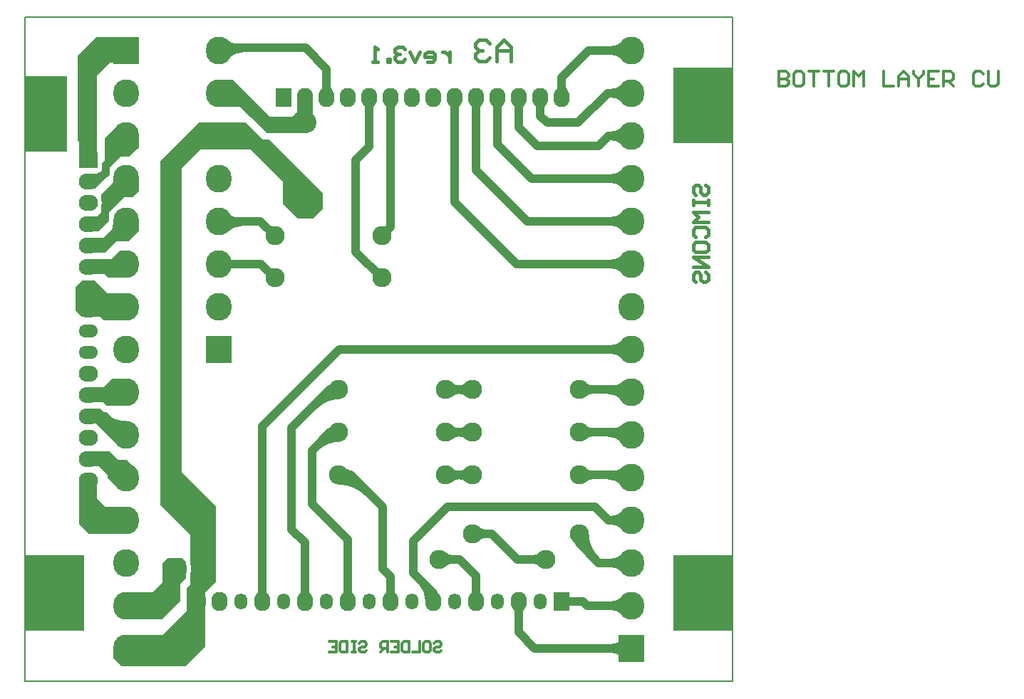
<source format=gbl>
%FSLAX25Y25*%
%MOIN*%
G70*
G01*
G75*
G04 Layer_Physical_Order=2*
G04 Layer_Color=16711680*
%ADD10C,0.04000*%
%ADD11C,0.00800*%
%ADD12C,0.01200*%
%ADD13C,0.09000*%
%ADD14R,0.07500X0.09000*%
%ADD15O,0.06000X0.07500*%
%ADD16O,0.07500X0.09000*%
%ADD17C,0.19685*%
%ADD18C,0.11811*%
%ADD19O,0.12000X0.13000*%
%ADD20C,0.07500*%
%ADD21R,0.07500X0.07500*%
%ADD22R,0.12000X0.13000*%
%ADD23O,0.09000X0.07500*%
%ADD24O,0.09000X0.06000*%
%ADD25R,0.09000X0.07500*%
%ADD26C,0.10000*%
%ADD27C,0.03600*%
%ADD28C,0.03000*%
%ADD29C,0.01600*%
%ADD30R,0.27559X0.35433*%
%ADD31R,0.19685X0.35433*%
G36*
X422000Y512500D02*
X422500Y512000D01*
X424000D01*
X428500Y507500D01*
X432065D01*
X432957Y506172D01*
X429547Y497837D01*
X427978Y497522D01*
X419000Y506500D01*
X415000D01*
Y513500D01*
X421000D01*
X422000Y512500D01*
D02*
G37*
G36*
X433000Y515000D02*
X424000D01*
X422500Y516500D01*
X415500D01*
Y523500D01*
X422500D01*
X424000Y525000D01*
X426500Y527500D01*
X433000D01*
Y515000D01*
D02*
G37*
G36*
X422500Y569500D02*
X424500Y567500D01*
X433500D01*
Y555000D01*
X422500D01*
X421000Y556500D01*
X412500D01*
X409500Y559500D01*
Y562000D01*
Y570500D01*
X410500Y571500D01*
X412500Y573500D01*
X418500D01*
X422500Y569500D01*
D02*
G37*
G36*
X461165Y441835D02*
Y440498D01*
X461217Y440233D01*
X461244Y439965D01*
X461393Y439473D01*
X461489Y438500D01*
X461393Y437527D01*
X461244Y437035D01*
X461217Y436767D01*
X461165Y436502D01*
Y434165D01*
X460500Y433500D01*
X458500Y431500D01*
Y429500D01*
Y423500D01*
X456500Y421500D01*
X450000Y415000D01*
X433000D01*
Y427500D01*
X445500D01*
X446500Y428500D01*
X450000Y432000D01*
Y436500D01*
Y441000D01*
X452500Y443500D01*
X459500D01*
X461165Y441835D01*
D02*
G37*
G36*
X419500Y471500D02*
X423000Y468000D01*
X423500Y467500D01*
X433000D01*
Y455000D01*
X415500D01*
X411000Y459500D01*
Y480000D01*
X419500D01*
Y471500D01*
D02*
G37*
G36*
X426000Y493000D02*
X429500Y489500D01*
X433500D01*
X437500Y485500D01*
Y485000D01*
X429000Y476500D01*
X424500Y481000D01*
Y482500D01*
X420500Y486500D01*
X415500D01*
X415084Y492329D01*
X416174Y493500D01*
X425500D01*
X426000Y493000D01*
D02*
G37*
G36*
X433500Y587000D02*
Y575000D01*
X424500D01*
X423000Y576500D01*
X415500D01*
Y583500D01*
X426000D01*
X427500Y585000D01*
X430000Y587500D01*
X433000D01*
X433500Y587000D01*
D02*
G37*
G36*
X433000Y675500D02*
X425500D01*
X423000Y673000D01*
X419500Y669500D01*
Y630500D01*
X412351Y627136D01*
X411000Y627993D01*
Y638500D01*
X410500Y639000D01*
Y679000D01*
X414500Y683000D01*
X419000Y687500D01*
X433000D01*
Y675500D01*
D02*
G37*
G36*
X500500Y650000D02*
X510500D01*
X511000Y650500D01*
X513000Y652500D01*
Y659500D01*
X520500D01*
Y649000D01*
X522000Y647500D01*
X517000Y642500D01*
X499000D01*
X491500Y650000D01*
X486500Y655000D01*
X477000D01*
X476029Y667133D01*
X476369Y667500D01*
X483000D01*
X500500Y650000D01*
D02*
G37*
G36*
X439000Y641500D02*
Y636000D01*
X438000Y635000D01*
X434500Y631500D01*
X430500D01*
X427500Y628500D01*
X425500Y626500D01*
Y625000D01*
Y623751D01*
X425391Y623391D01*
X424000Y622000D01*
X418500Y616500D01*
X415500D01*
Y623500D01*
X419500D01*
X420371Y624371D01*
X421654D01*
Y628654D01*
X423000Y630000D01*
Y634000D01*
Y640000D01*
X428500Y645500D01*
X429000Y645000D01*
X431500Y647500D01*
X433000D01*
X439000Y641500D01*
D02*
G37*
G36*
Y597000D02*
X434000Y592000D01*
X428500D01*
X425500Y589000D01*
X423000Y586500D01*
X415500D01*
Y593500D01*
X422500D01*
X424500Y595500D01*
X427500Y598500D01*
Y602000D01*
X439000D01*
Y597000D01*
D02*
G37*
G36*
Y615500D02*
X436000Y612500D01*
X432000D01*
X428500Y609000D01*
X425000Y605500D01*
Y604000D01*
Y601500D01*
X422500Y599000D01*
X420000Y596500D01*
X415000D01*
Y603500D01*
X419500D01*
X420000Y604000D01*
X421500Y605500D01*
Y608445D01*
X421512Y608472D01*
X421702Y609921D01*
X421512Y611370D01*
X421500Y611398D01*
Y614000D01*
X422500Y615000D01*
X427500Y620000D01*
Y622000D01*
X439000D01*
Y615500D01*
D02*
G37*
G36*
X494000Y642500D02*
X497000Y639500D01*
X500000D01*
X525000Y614500D01*
Y607000D01*
X523500Y605500D01*
X520500Y602500D01*
X513500D01*
X511500Y604500D01*
X506500Y609500D01*
Y613500D01*
Y620000D01*
X503500Y623000D01*
X491500Y635000D01*
X468000D01*
X465500Y632500D01*
X459000Y626000D01*
Y561500D01*
Y484000D01*
X463500Y479500D01*
X470000Y473000D01*
X475000Y468000D01*
Y439500D01*
Y432500D01*
X473500Y431000D01*
X470000Y427500D01*
Y406500D01*
Y402000D01*
X469500Y401500D01*
X461000Y393000D01*
X431000D01*
X430000Y394000D01*
X427000Y397000D01*
Y401000D01*
X433000Y407500D01*
X450000D01*
X457500Y415000D01*
X461500Y419000D01*
Y423500D01*
Y429500D01*
X463000Y431000D01*
Y436502D01*
X463202Y437167D01*
X463333Y438500D01*
X463202Y439833D01*
X463000Y440498D01*
Y454500D01*
X462500Y455000D01*
X449000Y468500D01*
Y615000D01*
Y629500D01*
X452500Y633000D01*
X458500Y639000D01*
X467000Y647500D01*
X489000D01*
X494000Y642500D01*
D02*
G37*
D10*
X532500Y520000D02*
G03*
X521404Y515404I0J-15692D01*
G01*
X584268Y524268D02*
G03*
X588535Y522500I4268J4268D01*
G01*
D02*
G03*
X584268Y520732I0J-6036D01*
G01*
X596768Y456768D02*
G03*
X601035Y455000I4268J4268D01*
G01*
D02*
G03*
X596768Y453232I0J-6036D01*
G01*
X643500Y455000D02*
G03*
X645621Y449879I7243J0D01*
G01*
X647500Y455000D02*
G03*
X652450Y443050I16899J0D01*
G01*
X581268Y444768D02*
G03*
X585535Y443000I4268J4268D01*
G01*
D02*
G03*
X581268Y441232I0J-6036D01*
G01*
X627732D02*
G03*
X623464Y443000I-4268J-4268D01*
G01*
D02*
G03*
X627732Y444768I0J6036D01*
G01*
X593232Y480732D02*
G03*
X588965Y482500I-4268J-4268D01*
G01*
D02*
G03*
X593232Y484268I0J6036D01*
G01*
X646768D02*
G03*
X651035Y482500I4268J4268D01*
G01*
D02*
G03*
X646768Y480732I0J-6036D01*
G01*
X539328Y481172D02*
G03*
X532500Y484000I-6828J-6828D01*
G01*
X546157Y474343D02*
G03*
X532500Y480000I-13657J-13657D01*
G01*
X534384Y484144D02*
G03*
X538000Y482500I3616J3156D01*
G01*
D02*
G03*
X534384Y480856I0J-4799D01*
G01*
X584268Y484268D02*
G03*
X588535Y482500I4268J4268D01*
G01*
D02*
G03*
X584268Y480732I0J-6036D01*
G01*
X593232Y500732D02*
G03*
X588965Y502500I-4268J-4268D01*
G01*
D02*
G03*
X593232Y504268I0J6036D01*
G01*
X646768D02*
G03*
X651035Y502500I4268J4268D01*
G01*
D02*
G03*
X646768Y500732I0J-6036D01*
G01*
X532500Y500000D02*
G03*
X521404Y495404I0J-15692D01*
G01*
X584268Y504268D02*
G03*
X588535Y502500I4268J4268D01*
G01*
D02*
G03*
X584268Y500732I0J-6036D01*
G01*
X593232Y520732D02*
G03*
X588965Y522500I-4268J-4268D01*
G01*
D02*
G03*
X593232Y524268I0J6036D01*
G01*
X646768D02*
G03*
X651035Y522500I4268J4268D01*
G01*
D02*
G03*
X646768Y520732I0J-6036D01*
G01*
X414117Y631159D02*
G03*
X415354Y634146I-2987J2987D01*
G01*
D02*
G03*
X416592Y631159I4225J0D01*
G01*
X417342Y591159D02*
G03*
X420329Y589921I2987J2987D01*
G01*
D02*
G03*
X417342Y588684I0J-4225D01*
G01*
Y581159D02*
G03*
X420329Y579921I2987J2987D01*
G01*
D02*
G03*
X417342Y578684I0J-4225D01*
G01*
Y511159D02*
G03*
X420329Y509921I2987J2987D01*
G01*
D02*
G03*
X417342Y508684I0J-4225D01*
G01*
Y491159D02*
G03*
X420329Y489921I2987J2987D01*
G01*
D02*
G03*
X417342Y488684I0J-4225D01*
G01*
X416592Y478684D02*
G03*
X415354Y475696I2987J-2987D01*
G01*
D02*
G03*
X414117Y478684I-4225J0D01*
G01*
X479344Y603667D02*
G03*
X485783Y601000I6439J6439D01*
G01*
X486562D02*
G03*
X479344Y598010I0J-10208D01*
G01*
Y684667D02*
G03*
X484576Y682500I5232J5232D01*
G01*
X487769D02*
G03*
X479344Y679010I0J-11915D01*
G01*
X430242Y458510D02*
G03*
X423414Y461339I-6828J-6828D01*
G01*
D02*
G03*
X430242Y464167I0J9657D01*
G01*
X429071Y481839D02*
G03*
X426596Y487814I-8450J0D01*
G01*
X425389Y489021D02*
G03*
X433071Y485839I7682J7682D01*
G01*
X422579Y509921D02*
G03*
X432935Y505836I9880J9880D01*
G01*
X430242Y578010D02*
G03*
X425629Y579921I-4614J-4614D01*
G01*
X421200D02*
G03*
X430242Y583667I0J12789D01*
G01*
X433071Y596839D02*
G03*
X427553Y594553I0J-7803D01*
G01*
X425700Y592700D02*
G03*
X429071Y600839I-8139J8139D01*
G01*
X430242Y678510D02*
G03*
X423414Y681339I-6828J-6828D01*
G01*
D02*
G03*
X430242Y684167I0J9657D01*
G01*
X666463Y678510D02*
G03*
X659634Y681339I-6828J-6828D01*
G01*
D02*
G03*
X666463Y684167I0J9657D01*
G01*
Y398510D02*
G03*
X659634Y401339I-6828J-6828D01*
G01*
D02*
G03*
X666463Y404167I0J9657D01*
G01*
Y418510D02*
G03*
X659634Y421339I-6828J-6828D01*
G01*
D02*
G03*
X666463Y424167I0J9657D01*
G01*
Y438510D02*
G03*
X659634Y441339I-6828J-6828D01*
G01*
D02*
G03*
X666463Y444167I0J9657D01*
G01*
Y458510D02*
G03*
X659634Y461339I-6828J-6828D01*
G01*
D02*
G03*
X666463Y464167I0J9657D01*
G01*
Y479010D02*
G03*
X658038Y482500I-8425J-8425D01*
G01*
X661231D02*
G03*
X666463Y484667I0J7399D01*
G01*
Y499010D02*
G03*
X658038Y502500I-8425J-8425D01*
G01*
X661231D02*
G03*
X666463Y504667I0J7399D01*
G01*
Y519010D02*
G03*
X658038Y522500I-8425J-8425D01*
G01*
X661231D02*
G03*
X666463Y524667I0J7399D01*
G01*
Y538510D02*
G03*
X659634Y541339I-6828J-6828D01*
G01*
D02*
G03*
X666463Y544167I0J9657D01*
G01*
Y578510D02*
G03*
X659634Y581339I-6828J-6828D01*
G01*
D02*
G03*
X666463Y584167I0J9657D01*
G01*
Y598510D02*
G03*
X659634Y601339I-6828J-6828D01*
G01*
D02*
G03*
X666463Y604167I0J9657D01*
G01*
Y618510D02*
G03*
X659634Y621339I-6828J-6828D01*
G01*
D02*
G03*
X666463Y624167I0J9657D01*
G01*
Y638510D02*
G03*
X659634Y641339I-6828J-6828D01*
G01*
D02*
G03*
X666463Y644167I0J9657D01*
G01*
Y658510D02*
G03*
X659634Y661339I-6828J-6828D01*
G01*
D02*
G03*
X666463Y664167I0J9657D01*
G01*
X635534Y661436D02*
G03*
X636772Y664424I-2987J2987D01*
G01*
D02*
G03*
X638009Y661436I4225J0D01*
G01*
X628009Y657461D02*
G03*
X626772Y654474I2987J-2987D01*
G01*
D02*
G03*
X625534Y657461I-4225J0D01*
G01*
X618009D02*
G03*
X616772Y654474I2987J-2987D01*
G01*
D02*
G03*
X615534Y657461I-4225J0D01*
G01*
X608009D02*
G03*
X606772Y654474I2987J-2987D01*
G01*
D02*
G03*
X605534Y657461I-4225J0D01*
G01*
X598009D02*
G03*
X596772Y654474I2987J-2987D01*
G01*
D02*
G03*
X595534Y657461I-4225J0D01*
G01*
X588009D02*
G03*
X586772Y654474I2987J-2987D01*
G01*
D02*
G03*
X585534Y657461I-4225J0D01*
G01*
X558009D02*
G03*
X556772Y654474I2987J-2987D01*
G01*
D02*
G03*
X555534Y657461I-4225J0D01*
G01*
X548009D02*
G03*
X546772Y654474I2987J-2987D01*
G01*
D02*
G03*
X545534Y657461I-4225J0D01*
G01*
X525534Y661436D02*
G03*
X526772Y664424I-2987J2987D01*
G01*
D02*
G03*
X528009Y661436I4225J0D01*
G01*
X637930Y424466D02*
G03*
X640918Y423228I2987J2987D01*
G01*
D02*
G03*
X637930Y421991I0J-4225D01*
G01*
X617930Y421241D02*
G03*
X616693Y418254I2987J-2987D01*
G01*
D02*
G03*
X615455Y421241I-4225J0D01*
G01*
X595456Y425216D02*
G03*
X596693Y428203I-2987J2987D01*
G01*
D02*
G03*
X597930Y425216I4225J0D01*
G01*
X574943Y423978D02*
G03*
X571352Y432648I-12261J0D01*
G01*
X555455Y425216D02*
G03*
X556693Y428203I-2987J2987D01*
G01*
D02*
G03*
X557930Y425216I4225J0D01*
G01*
X535456D02*
G03*
X536693Y428203I-2987J2987D01*
G01*
D02*
G03*
X537930Y425216I4225J0D01*
G01*
X515455D02*
G03*
X516693Y428203I-2987J2987D01*
G01*
D02*
G03*
X517930Y425216I4225J0D01*
G01*
X495456D02*
G03*
X496693Y428203I-2987J2987D01*
G01*
D02*
G03*
X497930Y425216I4225J0D01*
G01*
X576000Y658677D02*
X576772Y659449D01*
X468110Y641339D02*
X476516D01*
X456693Y629921D02*
X468110Y641339D01*
X422339Y681339D02*
X433071D01*
X415354Y674354D02*
X422339Y681339D01*
X415354Y629921D02*
Y674354D01*
Y589921D02*
X422921D01*
X433071Y600071D01*
Y601339D01*
X415354Y579921D02*
X431654D01*
X433071Y581339D01*
X415354Y509921D02*
X422579D01*
X431161Y501339D01*
X433071D01*
X415354Y489921D02*
X424488D01*
X433071Y481339D01*
X415354Y466146D02*
Y479921D01*
Y466146D02*
X420161Y461339D01*
X433071D01*
X476516Y681339D02*
X477677Y682500D01*
X517000D01*
X526772Y672728D01*
Y659449D02*
Y672728D01*
X476516Y581339D02*
X477354Y580500D01*
X476516Y601339D02*
X476854Y601000D01*
X546772Y636272D02*
Y659449D01*
X540500Y630000D02*
X546772Y636272D01*
X540500Y586862D02*
Y630000D01*
X556772Y598701D02*
Y659449D01*
X586772Y610228D02*
Y659449D01*
X596772Y625228D02*
Y659449D01*
Y625228D02*
X620661Y601339D01*
X586772Y610228D02*
X615661Y581339D01*
X669291D01*
X620661Y601339D02*
X669291D01*
X606772Y637228D02*
Y659449D01*
Y637228D02*
X622661Y621339D01*
X669291D01*
X616772Y645228D02*
Y659449D01*
Y645228D02*
X625500Y636500D01*
X654000D01*
X658839Y641339D01*
X669291D01*
X658339Y661339D02*
X669291D01*
X644500Y647500D02*
X658339Y661339D01*
X630000Y647500D02*
X644500D01*
X626772Y650728D02*
X630000Y647500D01*
X626772Y650728D02*
Y659449D01*
X649339Y681339D02*
X669291D01*
X636772Y668772D02*
X649339Y681339D01*
X636772Y659449D02*
Y668772D01*
X496693Y423228D02*
Y505193D01*
X532839Y541339D01*
X669291D01*
X528500Y522500D02*
X532500D01*
X510500Y504500D02*
X528500Y522500D01*
X510500Y457000D02*
Y504500D01*
Y457000D02*
X516693Y450807D01*
Y423228D02*
Y450807D01*
X528500Y502500D02*
X532500D01*
X520000Y494000D02*
X528500Y502500D01*
X520000Y469000D02*
Y494000D01*
Y469000D02*
X536693Y452307D01*
Y423228D02*
Y452307D01*
X532500Y482500D02*
X538000D01*
X553000Y467500D01*
Y438500D02*
Y467500D01*
Y438500D02*
X556693Y434807D01*
Y423228D02*
Y434807D01*
X582500Y522500D02*
X595000D01*
X582500Y502500D02*
X595000D01*
X582500Y482500D02*
X595000D01*
X645000Y522500D02*
X668130D01*
X669291Y521339D01*
X645000Y502500D02*
X668130D01*
X669291Y501339D01*
X645000Y482500D02*
X668130D01*
X669291Y481339D01*
X658661Y461339D02*
X669291D01*
X652500Y467500D02*
X658661Y461339D01*
X583500Y467500D02*
X652500D01*
X567500Y451500D02*
X583500Y467500D01*
X567500Y436500D02*
Y451500D01*
Y436500D02*
X576693Y427307D01*
Y423228D02*
Y427307D01*
X579500Y443000D02*
X589000D01*
X596693Y435307D01*
Y423228D02*
Y435307D01*
X595000Y455000D02*
X604000D01*
X616000Y443000D01*
X629500D01*
X645000Y450500D02*
Y455000D01*
Y450500D02*
X654161Y441339D01*
X669291D01*
X636693Y423228D02*
X646772D01*
X648661Y421339D01*
X669291D01*
X616693Y408807D02*
Y423228D01*
Y408807D02*
X624161Y401339D01*
X669291D01*
X516772Y648228D02*
Y659449D01*
X516772Y659449D02*
X516772Y659449D01*
X476516Y601339D02*
X495709D01*
X502559Y594488D01*
X476516Y581339D02*
X496024D01*
X502559Y574803D01*
X540500Y586862D02*
X552559Y574803D01*
Y594488D02*
X556772Y598701D01*
X456693Y465807D02*
Y629921D01*
Y465807D02*
X466693Y455807D01*
X433071Y401339D02*
X435910Y398500D01*
X459000D02*
X466693Y406193D01*
X435910Y398500D02*
X456500D01*
X459000D01*
X476516Y661339D02*
X486161D01*
X499272Y648228D01*
X516272D01*
X517000Y647500D01*
X476516Y641339D02*
X491161D01*
X517500Y615000D01*
X466693Y406193D02*
Y455807D01*
X517500Y607500D02*
Y615000D01*
X516772Y648228D02*
X517500Y647500D01*
D11*
X385827Y385827D02*
X716535D01*
Y696850D01*
X385827D02*
X716535D01*
X385827Y385827D02*
Y696850D01*
D12*
X577034Y403772D02*
X577867Y404605D01*
X579533D01*
X580366Y403772D01*
Y402939D01*
X579533Y402106D01*
X577867D01*
X577034Y401272D01*
Y400439D01*
X577867Y399606D01*
X579533D01*
X580366Y400439D01*
X572869Y404605D02*
X574535D01*
X575368Y403772D01*
Y400439D01*
X574535Y399606D01*
X572869D01*
X572036Y400439D01*
Y403772D01*
X572869Y404605D01*
X570369D02*
Y399606D01*
X567037D01*
X565371Y404605D02*
Y399606D01*
X562872D01*
X562039Y400439D01*
Y403772D01*
X562872Y404605D01*
X565371D01*
X557040D02*
X560373D01*
Y399606D01*
X557040D01*
X560373Y402106D02*
X558707D01*
X555374Y399606D02*
Y404605D01*
X552875D01*
X552042Y403772D01*
Y402106D01*
X552875Y401272D01*
X555374D01*
X553708D02*
X552042Y399606D01*
X542045Y403772D02*
X542878Y404605D01*
X544544D01*
X545377Y403772D01*
Y402939D01*
X544544Y402106D01*
X542878D01*
X542045Y401272D01*
Y400439D01*
X542878Y399606D01*
X544544D01*
X545377Y400439D01*
X540379Y404605D02*
X538713D01*
X539546D01*
Y399606D01*
X540379D01*
X538713D01*
X536214Y404605D02*
Y399606D01*
X533715D01*
X532881Y400439D01*
Y403772D01*
X533715Y404605D01*
X536214D01*
X527883D02*
X531215D01*
Y399606D01*
X527883D01*
X531215Y402106D02*
X529549D01*
X738324Y671560D02*
Y664563D01*
X741823D01*
X742990Y665729D01*
Y666895D01*
X741823Y668061D01*
X738324D01*
X741823D01*
X742990Y669228D01*
Y670394D01*
X741823Y671560D01*
X738324D01*
X748821D02*
X746488D01*
X745322Y670394D01*
Y665729D01*
X746488Y664563D01*
X748821D01*
X749987Y665729D01*
Y670394D01*
X748821Y671560D01*
X752320D02*
X756985D01*
X754653D01*
Y664563D01*
X759318Y671560D02*
X763983D01*
X761650D01*
Y664563D01*
X769814Y671560D02*
X767482D01*
X766315Y670394D01*
Y665729D01*
X767482Y664563D01*
X769814D01*
X770981Y665729D01*
Y670394D01*
X769814Y671560D01*
X773313Y664563D02*
Y671560D01*
X775646Y669228D01*
X777978Y671560D01*
Y664563D01*
X787309Y671560D02*
Y664563D01*
X791974D01*
X794306D02*
Y669228D01*
X796639Y671560D01*
X798972Y669228D01*
Y664563D01*
Y668061D01*
X794306D01*
X801304Y671560D02*
Y670394D01*
X803637Y668061D01*
X805969Y670394D01*
Y671560D01*
X803637Y668061D02*
Y664563D01*
X812967Y671560D02*
X808302D01*
Y664563D01*
X812967D01*
X808302Y668061D02*
X810634D01*
X815300Y664563D02*
Y671560D01*
X818798D01*
X819965Y670394D01*
Y668061D01*
X818798Y666895D01*
X815300D01*
X817632D02*
X819965Y664563D01*
X833960Y670394D02*
X832794Y671560D01*
X830461D01*
X829295Y670394D01*
Y665729D01*
X830461Y664563D01*
X832794D01*
X833960Y665729D01*
X836293Y671560D02*
Y665729D01*
X837459Y664563D01*
X839792D01*
X840958Y665729D01*
Y671560D01*
D13*
X552559Y594488D02*
D03*
X502559D02*
D03*
X552559Y574803D02*
D03*
X502559D02*
D03*
X645000Y455000D02*
D03*
X595000D02*
D03*
X629500Y443000D02*
D03*
X579500D02*
D03*
X582500Y522500D02*
D03*
X532500D02*
D03*
X582500Y482500D02*
D03*
X532500D02*
D03*
X645000D02*
D03*
X595000D02*
D03*
X582500Y502500D02*
D03*
X532500D02*
D03*
X645000D02*
D03*
X595000D02*
D03*
X645000Y522500D02*
D03*
X595000D02*
D03*
D14*
X636693Y423228D02*
D03*
X506772Y659449D02*
D03*
D15*
X626693Y423228D02*
D03*
X606693D02*
D03*
X586693D02*
D03*
X566693D02*
D03*
X546693D02*
D03*
X526693D02*
D03*
X506693D02*
D03*
X486693D02*
D03*
D16*
X616693D02*
D03*
X596693D02*
D03*
X576693D02*
D03*
X556693D02*
D03*
X536693D02*
D03*
X516693D02*
D03*
X496693D02*
D03*
X476693D02*
D03*
X466693D02*
D03*
X636772Y659449D02*
D03*
X626772D02*
D03*
X616772D02*
D03*
X606772D02*
D03*
X596772D02*
D03*
X586772D02*
D03*
X576772D02*
D03*
X566772D02*
D03*
X556772D02*
D03*
X546772D02*
D03*
X536772D02*
D03*
X526772D02*
D03*
X516772D02*
D03*
D17*
X397638Y429134D02*
D03*
X704724D02*
D03*
Y653543D02*
D03*
D18*
X397638D02*
D03*
D19*
X669291Y661339D02*
D03*
Y641339D02*
D03*
Y621339D02*
D03*
Y601339D02*
D03*
Y581339D02*
D03*
Y561339D02*
D03*
Y541339D02*
D03*
Y521339D02*
D03*
Y501339D02*
D03*
Y481339D02*
D03*
Y461339D02*
D03*
Y441339D02*
D03*
Y421339D02*
D03*
Y681339D02*
D03*
X433071Y401339D02*
D03*
Y661339D02*
D03*
Y641339D02*
D03*
Y621339D02*
D03*
Y601339D02*
D03*
Y581339D02*
D03*
Y561339D02*
D03*
Y541339D02*
D03*
Y521339D02*
D03*
Y501339D02*
D03*
Y481339D02*
D03*
Y461339D02*
D03*
Y441339D02*
D03*
Y421339D02*
D03*
X476516Y681339D02*
D03*
Y661339D02*
D03*
Y641339D02*
D03*
Y621339D02*
D03*
Y601339D02*
D03*
Y581339D02*
D03*
Y561339D02*
D03*
D22*
X669291Y401339D02*
D03*
X433071Y681339D02*
D03*
X476516Y541339D02*
D03*
D23*
X415354Y479921D02*
D03*
Y489921D02*
D03*
Y499921D02*
D03*
Y509921D02*
D03*
Y519921D02*
D03*
Y529921D02*
D03*
Y559921D02*
D03*
Y569921D02*
D03*
Y579921D02*
D03*
Y589921D02*
D03*
Y599921D02*
D03*
Y609921D02*
D03*
Y619921D02*
D03*
D24*
Y539921D02*
D03*
Y549921D02*
D03*
D25*
Y629921D02*
D03*
D26*
X456500Y438500D02*
D03*
Y398500D02*
D03*
X517000Y647500D02*
D03*
Y607500D02*
D03*
D27*
X421345Y622571D02*
G03*
X418038Y619668I0J-3336D01*
G01*
X416733Y568542D02*
G03*
X415354Y565214I3329J-3329D01*
G01*
D02*
G03*
X413975Y568542I-4708J0D01*
G01*
X417483Y561300D02*
G03*
X420812Y559921I3329J3329D01*
G01*
D02*
G03*
X417483Y558542I0J-4708D01*
G01*
X413975Y561300D02*
G03*
X415354Y564629I-3329J3329D01*
G01*
D02*
G03*
X416733Y561300I4708J0D01*
G01*
X417483Y521300D02*
G03*
X420812Y519921I3329J3329D01*
G01*
D02*
G03*
X417483Y518542I0J-4708D01*
G01*
X430101Y517869D02*
G03*
X425146Y519921I-4955J-4955D01*
G01*
X420717D02*
G03*
X430101Y523808I0J13272D01*
G01*
Y557869D02*
G03*
X425146Y559921I-4955J-4955D01*
G01*
X420717D02*
G03*
X430101Y563808I0J13272D01*
G01*
X433071Y636639D02*
G03*
X425047Y633315I0J-11347D01*
G01*
X426255Y634522D02*
G03*
X428871Y640839I-6316J6316D01*
G01*
X419774Y621000D02*
X423454Y624680D01*
X416433Y621000D02*
X419774D01*
X415354Y619921D02*
X416433Y621000D01*
X415354Y559921D02*
Y569921D01*
X425000Y633268D02*
X433071Y641339D01*
X425000Y629567D02*
Y633268D01*
X423454Y628021D02*
X425000Y629567D01*
X423454Y624680D02*
Y628021D01*
X415354Y559921D02*
X431654D01*
X433071Y561339D01*
X415354Y519921D02*
X431654D01*
X433071Y521339D01*
D28*
X416534Y602130D02*
G03*
X423154Y604154I1407J7238D01*
G01*
X433071Y616339D02*
G03*
X424535Y612803I0J-12071D01*
G01*
X425742Y614010D02*
G03*
X428571Y620839I-6828J6828D01*
G01*
X423154Y611422D02*
X433071Y621339D01*
X423154Y604154D02*
Y611422D01*
X418921Y599921D02*
X423154Y604154D01*
X415354Y599921D02*
X418921D01*
D29*
X699365Y613681D02*
X698199Y614848D01*
Y617180D01*
X699365Y618347D01*
X700532D01*
X701698Y617180D01*
Y614848D01*
X702864Y613681D01*
X704031D01*
X705197Y614848D01*
Y617180D01*
X704031Y618347D01*
X698199Y611349D02*
Y609016D01*
Y610182D01*
X705197D01*
Y611349D01*
Y609016D01*
Y605517D02*
X698199D01*
X700532Y603185D01*
X698199Y600852D01*
X705197D01*
X699365Y593854D02*
X698199Y595021D01*
Y597353D01*
X699365Y598520D01*
X704031D01*
X705197Y597353D01*
Y595021D01*
X704031Y593854D01*
X698199Y588023D02*
Y590355D01*
X699365Y591522D01*
X704031D01*
X705197Y590355D01*
Y588023D01*
X704031Y586857D01*
X699365D01*
X698199Y588023D01*
X705197Y584524D02*
X698199D01*
X705197Y579859D01*
X698199D01*
X699365Y572861D02*
X698199Y574027D01*
Y576360D01*
X699365Y577526D01*
X700532D01*
X701698Y576360D01*
Y574027D01*
X702864Y572861D01*
X704031D01*
X705197Y574027D01*
Y576360D01*
X704031Y577526D01*
X584500Y680665D02*
Y676000D01*
Y678333D01*
X583334Y679499D01*
X582167Y680665D01*
X581001D01*
X574003Y676000D02*
X576336D01*
X577502Y677166D01*
Y679499D01*
X576336Y680665D01*
X574003D01*
X572837Y679499D01*
Y678333D01*
X577502D01*
X570505Y680665D02*
X568172Y676000D01*
X565839Y680665D01*
X563507Y681832D02*
X562340Y682998D01*
X560008D01*
X558842Y681832D01*
Y680665D01*
X560008Y679499D01*
X561174D01*
X560008D01*
X558842Y678333D01*
Y677166D01*
X560008Y676000D01*
X562340D01*
X563507Y677166D01*
X556509Y676000D02*
Y677166D01*
X555343D01*
Y676000D01*
X556509D01*
X550678D02*
X548345D01*
X549511D01*
Y682998D01*
X550678Y681832D01*
X613000Y676400D02*
Y683065D01*
X609668Y686397D01*
X606335Y683065D01*
Y676400D01*
Y681398D01*
X613000D01*
X603003Y684731D02*
X601337Y686397D01*
X598005D01*
X596339Y684731D01*
Y683065D01*
X598005Y681398D01*
X599671D01*
X598005D01*
X596339Y679732D01*
Y678066D01*
X598005Y676400D01*
X601337D01*
X603003Y678066D01*
D30*
X399606Y427165D02*
D03*
X702756Y427165D02*
D03*
X702756Y655512D02*
D03*
D31*
X395669Y651575D02*
D03*
M02*

</source>
